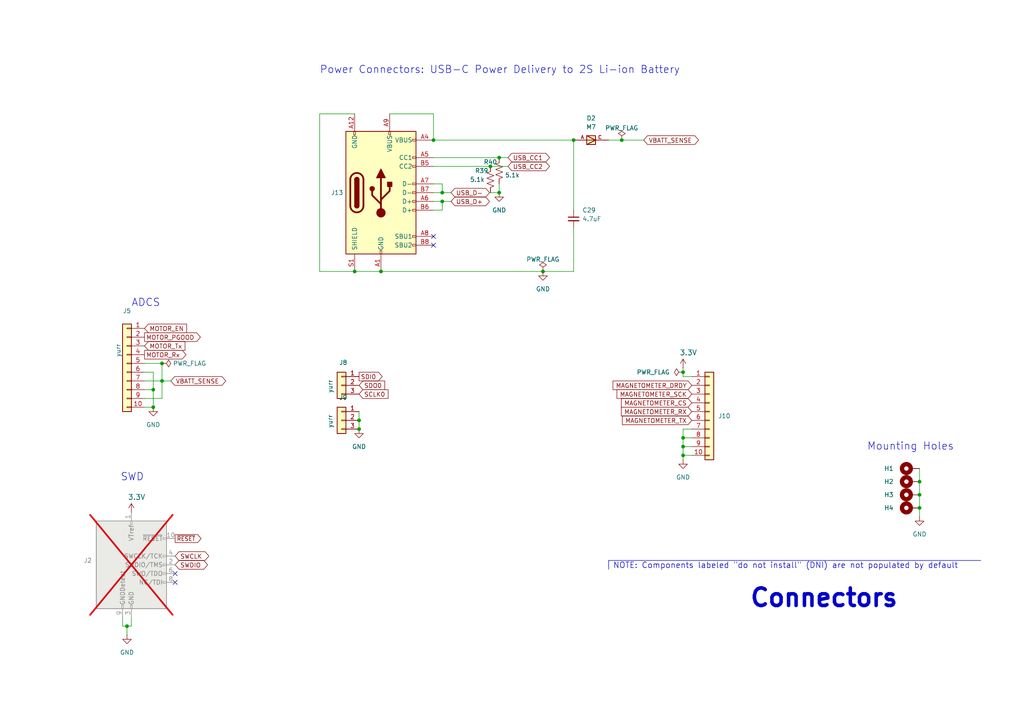
<source format=kicad_sch>
(kicad_sch (version 20250114) (generator "eeschema") (generator_version "9.0")
  (paper "A4")
  (title_block (title "Reaction Wheel Motor Board") (date "2025-10-12") (rev "1.3") (company "Stanford Student Space Initiative") (comment 1 "Carson Lauer"))
  (lib_symbols
    (symbol "Connector:Conn_ARM_JTAG_SWD_10" (pin_names (offset 1.016))
      (property "Reference" "J" (at -2.54 16.51 0))
      (property "Value" "Conn_ARM_JTAG_SWD_10" (at -2.54 13.97 0))
      (symbol "Conn_ARM_JTAG_SWD_10_0_1"
        (rectangle (start -10.16 12.7) (end 10.16 -12.7) (stroke (width 0.254)) (fill (type background)))
        (rectangle (start -2.794 -12.7) (end -2.286 -11.684))
        (rectangle (start -0.254 12.7) (end 0.254 11.684))
        (rectangle (start -0.254 -12.7) (end 0.254 -11.684))
        (rectangle (start 9.144 2.286) (end 10.16 2.794))
        (rectangle (start 10.16 7.874) (end 9.144 7.366))
        (rectangle (start 10.16 -0.254) (end 9.144 0.254))
        (rectangle (start 10.16 -2.794) (end 9.144 -2.286))
      )
      (symbol "Conn_ARM_JTAG_SWD_10_1_1"
        (rectangle (start 9.144 -5.334) (end 10.16 -4.826))
        (pin no_connect line (at -10.16 0 0) (length 2.54) (hide yes) (name "KEY") (number "7"))
        (pin passive line (at -2.54 -15.24 90) (length 2.54) (name "GNDDetect") (number "9"))
        (pin power_in line (at 0 15.24 270) (length 2.54) (name "VTref") (number "1"))
        (pin power_in line (at 0 -15.24 90) (length 2.54) (name "GND") (number "3"))
        (pin passive line (at 0 -15.24 90) (length 2.54) (hide yes) (name "GND") (number "5"))
        (pin open_collector line (at 12.7 7.62 180) (length 2.54) (name "~{RESET}") (number "10"))
        (pin output line (at 12.7 2.54 180) (length 2.54) (name "SWCLK/TCK") (number "4"))
        (pin bidirectional line (at 12.7 0 180) (length 2.54) (name "SWDIO/TMS") (number "2"))
        (pin input line (at 12.7 -2.54 180) (length 2.54) (name "SWO/TDO") (number "6"))
        (pin output line (at 12.7 -5.08 180) (length 2.54) (name "NC/TDI") (number "8"))
      )
    )
    (symbol "Connector_Generic:Conn_01x03" (pin_names (offset 1.016) (hide yes))
      (property "Reference" "J" (at 0 5.08 0))
      (property "Value" "Conn_01x03" (at 0 -5.08 0))
      (symbol "Conn_01x03_1_1"
        (rectangle (start -1.27 3.81) (end 1.27 -3.81) (stroke (width 0.254)) (fill (type background)))
        (rectangle (start -1.27 2.667) (end 0 2.413) (stroke (width 0.1524)))
        (rectangle (start -1.27 0.127) (end 0 -0.127) (stroke (width 0.1524)))
        (rectangle (start -1.27 -2.413) (end 0 -2.667) (stroke (width 0.1524)))
        (pin passive line (at -5.08 2.54 0) (length 3.81) (name "Pin_1") (number "1"))
        (pin passive line (at -5.08 0 0) (length 3.81) (name "Pin_2") (number "2"))
        (pin passive line (at -5.08 -2.54 0) (length 3.81) (name "Pin_3") (number "3"))
      )
    )
    (symbol "Connector_Generic:Conn_01x10" (pin_names (offset 1.016) (hide yes))
      (property "Reference" "J" (at 0 12.7 0))
      (property "Value" "Conn_01x10" (at 0 -15.24 0))
      (symbol "Conn_01x10_1_1"
        (rectangle (start -1.27 11.43) (end 1.27 -13.97) (stroke (width 0.254)) (fill (type background)))
        (rectangle (start -1.27 10.287) (end 0 10.033) (stroke (width 0.1524)))
        (rectangle (start -1.27 7.747) (end 0 7.493) (stroke (width 0.1524)))
        (rectangle (start -1.27 5.207) (end 0 4.953) (stroke (width 0.1524)))
        (rectangle (start -1.27 2.667) (end 0 2.413) (stroke (width 0.1524)))
        (rectangle (start -1.27 0.127) (end 0 -0.127) (stroke (width 0.1524)))
        (rectangle (start -1.27 -2.413) (end 0 -2.667) (stroke (width 0.1524)))
        (rectangle (start -1.27 -4.953) (end 0 -5.207) (stroke (width 0.1524)))
        (rectangle (start -1.27 -7.493) (end 0 -7.747) (stroke (width 0.1524)))
        (rectangle (start -1.27 -10.033) (end 0 -10.287) (stroke (width 0.1524)))
        (rectangle (start -1.27 -12.573) (end 0 -12.827) (stroke (width 0.1524)))
        (pin passive line (at -5.08 10.16 0) (length 3.81) (name "Pin_1") (number "1"))
        (pin passive line (at -5.08 7.62 0) (length 3.81) (name "Pin_2") (number "2"))
        (pin passive line (at -5.08 5.08 0) (length 3.81) (name "Pin_3") (number "3"))
        (pin passive line (at -5.08 2.54 0) (length 3.81) (name "Pin_4") (number "4"))
        (pin passive line (at -5.08 0 0) (length 3.81) (name "Pin_5") (number "5"))
        (pin passive line (at -5.08 -2.54 0) (length 3.81) (name "Pin_6") (number "6"))
        (pin passive line (at -5.08 -5.08 0) (length 3.81) (name "Pin_7") (number "7"))
        (pin passive line (at -5.08 -7.62 0) (length 3.81) (name "Pin_8") (number "8"))
        (pin passive line (at -5.08 -10.16 0) (length 3.81) (name "Pin_9") (number "9"))
        (pin passive line (at -5.08 -12.7 0) (length 3.81) (name "Pin_10") (number "10"))
      )
    )
    (symbol "Device:C_Small" (pin_numbers (hide yes)) (pin_names (offset 0.254) (hide yes))
      (property "Reference" "C" (at 0.254 1.778 0))
      (property "Value" "C_Small" (at 0.254 -2.032 0))
      (symbol "C_Small_0_1"
        (polyline (pts (xy -1.524 0.508) (xy 1.524 0.508)) (stroke (width 0.3048)))
        (polyline (pts (xy -1.524 -0.508) (xy 1.524 -0.508)) (stroke (width 0.3302)))
      )
      (symbol "C_Small_1_1"
        (pin passive line (at 0 2.54 270) (length 2.032) (name "~") (number "1"))
        (pin passive line (at 0 -2.54 90) (length 2.032) (name "~") (number "2"))
      )
    )
    (symbol "Device:R_US" (pin_numbers (hide yes)) (pin_names (offset 0))
      (property "Reference" "R" (at 2.54 0 90))
      (property "Value" "R_US" (at -2.54 0 90))
      (symbol "R_US_0_1"
        (polyline (pts (xy 0 2.286) (xy 0 2.54)))
        (polyline (pts (xy 0 2.286) (xy 1.016 1.905) (xy 0 1.524) (xy -1.016 1.143) (xy 0 0.762)))
        (polyline (pts (xy 0 0.762) (xy 1.016 0.381) (xy 0 0) (xy -1.016 -0.381) (xy 0 -0.762)))
        (polyline (pts (xy 0 -0.762) (xy 1.016 -1.143) (xy 0 -1.524) (xy -1.016 -1.905) (xy 0 -2.286)))
        (polyline (pts (xy 0 -2.286) (xy 0 -2.54)))
      )
      (symbol "R_US_1_1"
        (pin passive line (at 0 3.81 270) (length 1.27) (name "~") (number "1"))
        (pin passive line (at 0 -3.81 90) (length 1.27) (name "~") (number "2"))
      )
    )
    (symbol "Mechanical:MountingHole_Pad" (pin_numbers (hide yes)) (pin_names (offset 1.016) (hide yes)) (in_bom no)
      (property "Reference" "H" (at 0 6.35 0))
      (property "Value" "MountingHole_Pad" (at 0 4.445 0))
      (symbol "MountingHole_Pad_0_1"
        (circle (center 0 1.27) (radius 1.27) (stroke (width 1.27)))
      )
      (symbol "MountingHole_Pad_1_1"
        (pin input line (at 0 -2.54 90) (length 2.54) (name "1") (number "1"))
      )
    )
    (symbol "power:+3.3V" (power) (pin_numbers (hide yes)) (pin_names (offset 0) (hide yes))
      (property "Value" "+3.3V" (at 0 3.556 0))
      (symbol "+3.3V_0_1"
        (polyline (pts (xy -0.762 1.27) (xy 0 2.54)))
        (polyline (pts (xy 0 2.54) (xy 0.762 1.27)))
        (polyline (pts (xy 0 0) (xy 0 2.54)))
      )
      (symbol "+3.3V_1_1"
        (pin power_in line (at 0 0 90) (length 0) (name "~") (number "1"))
      )
    )
    (symbol "power:GND" (power) (pin_numbers (hide yes)) (pin_names (offset 0) (hide yes))
      (property "Value" "GND" (at 0 -3.81 0))
      (symbol "GND_0_1"
        (polyline (pts (xy 0 0) (xy 0 -1.27) (xy 1.27 -1.27) (xy 0 -2.54) (xy -1.27 -1.27) (xy 0 -1.27)))
      )
      (symbol "GND_1_1"
        (pin power_in line (at 0 0 270) (length 0) (name "~") (number "1"))
      )
    )
    (symbol "power:PWR_FLAG" (power) (pin_numbers (hide yes)) (pin_names (offset 0) (hide yes))
      (property "Value" "PWR_FLAG" (at 0 3.81 0))
      (symbol "PWR_FLAG_0_0"
        (pin power_out line (at 0 0 90) (length 0) (name "~") (number "1"))
      )
      (symbol "PWR_FLAG_0_1"
        (polyline (pts (xy 0 0) (xy 0 1.27) (xy -1.016 1.905) (xy 0 2.54) (xy 1.016 1.905) (xy 0 1.27)))
      )
    )
    (symbol "ssi_connector:USB_C_pycubed" (pin_names (offset 1.016))
      (property "Reference" "J" (at -12.7 0 90))
      (symbol "USB_C_pycubed_1_1"
        (rectangle (start -10.16 17.78) (end 10.16 -17.78) (stroke (width 0.254)) (fill (type background)))
        (polyline (pts (xy -8.89 -3.81) (xy -8.89 3.81)) (stroke (width 0.508)))
        (rectangle (start -7.874 17.78) (end -7.366 16.764))
        (rectangle (start -7.62 -3.81) (end -6.35 3.81) (stroke (width 0.254)) (fill (type outline)))
        (arc (start -7.62 3.81) (mid -6.985 4.4423) (end -6.35 3.81) (stroke (width 0.254)))
        (arc (start -7.62 3.81) (mid -6.985 4.4423) (end -6.35 3.81) (stroke (width 0.254)) (fill (type outline)))
        (arc (start -8.89 3.81) (mid -6.985 5.7067) (end -5.08 3.81) (stroke (width 0.508)))
        (arc (start -5.08 -3.81) (mid -6.985 -5.7067) (end -8.89 -3.81) (stroke (width 0.508)))
        (arc (start -6.35 -3.81) (mid -6.985 -4.4423) (end -7.62 -3.81) (stroke (width 0.254)))
        (arc (start -6.35 -3.81) (mid -6.985 -4.4423) (end -7.62 -3.81) (stroke (width 0.254)) (fill (type outline)))
        (polyline (pts (xy -5.08 3.81) (xy -5.08 -3.81)) (stroke (width 0.508)))
        (circle (center -2.54 1.143) (radius 0.635) (stroke (width 0.254)) (fill (type outline)))
        (polyline (pts (xy -1.27 4.318) (xy 0 6.858) (xy 1.27 4.318) (xy -1.27 4.318)) (stroke (width 0.254)) (fill (type outline)))
        (rectangle (start -0.254 -17.78) (end 0.254 -16.764))
        (polyline (pts (xy 0 -2.032) (xy 2.54 0.508) (xy 2.54 1.778)) (stroke (width 0.508)))
        (polyline (pts (xy 0 -3.302) (xy -2.54 -0.762) (xy -2.54 0.508)) (stroke (width 0.508)))
        (polyline (pts (xy 0 -5.842) (xy 0 4.318)) (stroke (width 0.508)))
        (circle (center 0 -5.842) (radius 1.27) (fill (type outline)))
        (rectangle (start 1.905 1.778) (end 3.175 3.048) (stroke (width 0.254)) (fill (type outline)))
        (rectangle (start 2.286 17.78) (end 2.794 16.764))
        (rectangle (start 10.16 15.494) (end 9.144 14.986))
        (rectangle (start 10.16 10.414) (end 9.144 9.906))
        (rectangle (start 10.16 7.874) (end 9.144 7.366))
        (rectangle (start 10.16 2.794) (end 9.144 2.286))
        (rectangle (start 10.16 0.254) (end 9.144 -0.254))
        (rectangle (start 10.16 -2.286) (end 9.144 -2.794))
        (rectangle (start 10.16 -4.826) (end 9.144 -5.334))
        (rectangle (start 10.16 -12.446) (end 9.144 -12.954))
        (rectangle (start 10.16 -14.986) (end 9.144 -15.494))
        (pin passive line (at -7.62 22.86 270) (length 5.08) (name "GND") (number "A12"))
        (pin passive line (at -7.62 -22.86 90) (length 5.08) (name "SHIELD") (number "S1"))
        (pin passive line (at 0 -22.86 90) (length 5.08) (name "GND") (number "A1"))
        (pin passive line (at 2.54 22.86 270) (length 5.08) (name "VBUS") (number "A9"))
        (pin passive line (at 15.24 15.24 180) (length 5.08) (name "VBUS") (number "A4"))
        (pin bidirectional line (at 15.24 10.16 180) (length 5.08) (name "CC1") (number "A5"))
        (pin bidirectional line (at 15.24 7.62 180) (length 5.08) (name "CC2") (number "B5"))
        (pin bidirectional line (at 15.24 2.54 180) (length 5.08) (name "D-") (number "A7"))
        (pin bidirectional line (at 15.24 0 180) (length 5.08) (name "D-") (number "B7"))
        (pin bidirectional line (at 15.24 -2.54 180) (length 5.08) (name "D+") (number "A6"))
        (pin bidirectional line (at 15.24 -5.08 180) (length 5.08) (name "D+") (number "B6"))
        (pin bidirectional line (at 15.24 -12.7 180) (length 5.08) (name "SBU1") (number "A8"))
        (pin bidirectional line (at 15.24 -15.24 180) (length 5.08) (name "SBU2") (number "B8"))
      )
    )
    (symbol "ssi_diode:M7" (pin_names (offset 1.016))
      (property "Reference" "D2" (at 0 -6.604 0))
      (property "Value" "M7" (at 0 -4.064 0))
      (symbol "M7_0_0"
        (rectangle (start -1.27 -1.27) (end 1.27 1.27) (stroke (width 0.254)) (fill (type background)))
        (polyline (pts (xy -1.27 -1.27) (xy 1.27 0)) (stroke (width 0.254)))
        (polyline (pts (xy 1.27 0) (xy -1.27 1.27)) (stroke (width 0.254)))
        (pin passive line (at -5.08 0 0) (length 5.08) (name "~") (number "A"))
        (pin passive line (at 5.08 0 180) (length 5.08) (name "~") (number "C"))
      )
    )
  )
  (text "Power Connectors: USB-C Power Delivery to 2S Li-ion Battery" (at 92.71 21.59 0) (effects (font (size 2.159 2.159)) (justify left bottom)))
  (text "NOTE: Components labeled \"do not install\" (DNI) are not populated by default" (at 177.8 165.1 0) (effects (font (size 1.651 1.651)) (justify left bottom)))
  (text "ADCS" (at 38.1 89.154 0) (effects (font (size 2.159 2.159)) (justify left bottom)))
  (text "Connectors" (at 217.17 176.53 0) (effects (font (size 5.08 5.08) (thickness 1.016) (bold yes)) (justify left bottom)))
  (text "SWD" (at 34.925 139.7 0) (effects (font (size 2.159 2.159)) (justify left bottom)))
  (text "Mounting Holes" (at 251.46 130.81 0) (effects (font (size 2.159 2.159)) (justify left bottom)))
  (junction (at 46.99 110.49))
  (junction (at 144.78 45.72))
  (junction (at 46.99 105.41))
  (junction (at 144.78 55.88))
  (junction (at 198.12 132.08))
  (junction (at 180.34 40.64))
  (junction (at 102.87 78.74))
  (junction (at 166.37 40.64))
  (junction (at 104.14 124.46))
  (junction (at 157.48 78.74))
  (junction (at 110.49 78.74))
  (junction (at 44.45 113.03))
  (junction (at 266.7 143.51))
  (junction (at 104.14 121.92))
  (junction (at 128.27 55.88))
  (junction (at 198.12 127))
  (junction (at 266.7 147.32))
  (junction (at 198.12 129.54))
  (junction (at 125.73 40.64))
  (junction (at 44.45 118.11))
  (junction (at 198.12 107.95))
  (junction (at 128.27 58.42))
  (junction (at 36.83 181.61))
  (junction (at 266.7 139.7))
  (junction (at 142.24 48.26))
  (no_connect (at 50.8 168.91))
  (no_connect (at 125.73 71.12))
  (no_connect (at 50.8 166.37))
  (no_connect (at 125.73 68.58))
  (wire (pts (xy 166.37 66.04) (xy 166.37 78.74)))
  (polyline (pts (xy 176.53 165.1) (xy 176.53 162.56)))
  (wire (pts (xy 176.53 40.64) (xy 180.34 40.64)))
  (wire (pts (xy 41.91 105.41) (xy 46.99 105.41)))
  (wire (pts (xy 198.12 133.35) (xy 198.12 132.08)))
  (wire (pts (xy 36.83 181.61) (xy 38.1 181.61)))
  (wire (pts (xy 144.78 45.72) (xy 147.32 45.72)))
  (wire (pts (xy 125.73 48.26) (xy 142.24 48.26)))
  (wire (pts (xy 92.71 78.74) (xy 92.71 33.02)))
  (wire (pts (xy 180.34 40.64) (xy 186.69 40.64)))
  (wire (pts (xy 142.24 48.26) (xy 147.32 48.26)))
  (wire (pts (xy 266.7 143.51) (xy 266.7 147.32)))
  (wire (pts (xy 125.73 33.02) (xy 125.73 40.64)))
  (wire (pts (xy 198.12 132.08) (xy 200.66 132.08)))
  (wire (pts (xy 266.7 139.7) (xy 266.7 143.51)))
  (wire (pts (xy 128.27 60.96) (xy 128.27 58.42)))
  (wire (pts (xy 157.48 78.74) (xy 110.49 78.74)))
  (wire (pts (xy 125.73 60.96) (xy 128.27 60.96)))
  (wire (pts (xy 44.45 107.95) (xy 41.91 107.95)))
  (wire (pts (xy 128.27 58.42) (xy 125.73 58.42)))
  (wire (pts (xy 166.37 40.64) (xy 166.37 60.96)))
  (wire (pts (xy 46.99 110.49) (xy 41.91 110.49)))
  (wire (pts (xy 198.12 109.22) (xy 200.66 109.22)))
  (wire (pts (xy 198.12 107.95) (xy 198.12 109.22)))
  (wire (pts (xy 41.91 115.57) (xy 46.99 115.57)))
  (wire (pts (xy 198.12 129.54) (xy 198.12 132.08)))
  (wire (pts (xy 266.7 135.89) (xy 266.7 139.7)))
  (wire (pts (xy 266.7 147.32) (xy 266.7 149.86)))
  (wire (pts (xy 198.12 127) (xy 198.12 129.54)))
  (wire (pts (xy 128.27 53.34) (xy 128.27 55.88)))
  (wire (pts (xy 49.53 110.49) (xy 46.99 110.49)))
  (wire (pts (xy 102.87 78.74) (xy 92.71 78.74)))
  (wire (pts (xy 102.87 78.74) (xy 110.49 78.74)))
  (wire (pts (xy 198.12 124.46) (xy 198.12 127)))
  (wire (pts (xy 166.37 40.64) (xy 125.73 40.64)))
  (wire (pts (xy 198.12 127) (xy 200.66 127)))
  (wire (pts (xy 128.27 55.88) (xy 130.81 55.88)))
  (wire (pts (xy 198.12 106.68) (xy 198.12 107.95)))
  (wire (pts (xy 44.45 118.11) (xy 44.45 113.03)))
  (wire (pts (xy 200.66 124.46) (xy 198.12 124.46)))
  (wire (pts (xy 46.99 115.57) (xy 46.99 110.49)))
  (wire (pts (xy 38.1 179.07) (xy 38.1 181.61)))
  (wire (pts (xy 104.14 121.92) (xy 104.14 124.46)))
  (wire (pts (xy 125.73 53.34) (xy 128.27 53.34)))
  (wire (pts (xy 113.03 33.02) (xy 125.73 33.02)))
  (wire (pts (xy 41.91 113.03) (xy 44.45 113.03)))
  (wire (pts (xy 44.45 113.03) (xy 44.45 107.95)))
  (wire (pts (xy 36.83 181.61) (xy 36.83 184.15)))
  (wire (pts (xy 144.78 55.88) (xy 144.78 53.34)))
  (wire (pts (xy 125.73 45.72) (xy 144.78 45.72)))
  (wire (pts (xy 35.56 179.07) (xy 35.56 181.61)))
  (wire (pts (xy 142.24 55.88) (xy 144.78 55.88)))
  (wire (pts (xy 166.37 78.74) (xy 157.48 78.74)))
  (wire (pts (xy 198.12 129.54) (xy 200.66 129.54)))
  (wire (pts (xy 128.27 58.42) (xy 130.81 58.42)))
  (wire (pts (xy 104.14 119.38) (xy 104.14 121.92)))
  (wire (pts (xy 92.71 33.02) (xy 102.87 33.02)))
  (wire (pts (xy 41.91 118.11) (xy 44.45 118.11)))
  (wire (pts (xy 128.27 55.88) (xy 125.73 55.88)))
  (wire (pts (xy 46.99 110.49) (xy 46.99 105.41)))
  (polyline (pts (xy 176.53 162.56) (xy 284.48 162.56)))
  (wire (pts (xy 35.56 181.61) (xy 36.83 181.61)))
  (global_label "MAGNETOMETER_SCK" (shape input) (at 200.66 114.3 180) (property "Intersheetrefs" "${INTERSHEET_REFS}" (effects (hide yes))))
  (global_label "SWDIO" (shape bidirectional) (at 50.8 163.83 0) (property "Intersheetrefs" "${INTERSHEET_REFS}" (effects (hide yes))))
  (global_label "MAGNETOMETER_CS" (shape input) (at 200.66 116.84 180) (property "Intersheetrefs" "${INTERSHEET_REFS}" (effects (hide yes))))
  (global_label "~{RESET}" (shape output) (at 50.8 156.21 0) (effects (font (size 1.1684 1.1684))) (property "Intersheetrefs" "${INTERSHEET_REFS}" (effects (hide yes))))
  (global_label "MAGNETOMETER_RX" (shape input) (at 200.66 119.38 180) (property "Intersheetrefs" "${INTERSHEET_REFS}" (effects (hide yes))))
  (global_label "SCLK0" (shape input) (at 104.14 114.3 0) (property "Intersheetrefs" "${INTERSHEET_REFS}" (effects (hide yes))))
  (global_label "SDI0" (shape output) (at 104.14 109.22 0) (property "Intersheetrefs" "${INTERSHEET_REFS}" (effects (hide yes))))
  (global_label "USB_D+" (shape bidirectional) (at 130.81 58.42 0) (property "Intersheetrefs" "${INTERSHEET_REFS}" (effects (hide yes))))
  (global_label "MOTOR_PGOOD" (shape output) (at 41.91 97.79 0) (property "Intersheetrefs" "${INTERSHEET_REFS}" (effects (hide yes))))
  (global_label "MOTOR_EN" (shape input) (at 41.91 95.25 0) (property "Intersheetrefs" "${INTERSHEET_REFS}" (effects (hide yes))))
  (global_label "MOTOR_Tx" (shape input) (at 41.91 100.33 0) (property "Intersheetrefs" "${INTERSHEET_REFS}" (effects (hide yes))))
  (global_label "MOTOR_Rx" (shape output) (at 41.91 102.87 0) (property "Intersheetrefs" "${INTERSHEET_REFS}" (effects (hide yes))))
  (global_label "SDO0" (shape input) (at 104.14 111.76 0) (property "Intersheetrefs" "${INTERSHEET_REFS}" (effects (hide yes))))
  (global_label "SWCLK" (shape bidirectional) (at 50.8 161.29 0) (property "Intersheetrefs" "${INTERSHEET_REFS}" (effects (hide yes))))
  (global_label "MAGNETOMETER_TX" (shape input) (at 200.66 121.92 180) (property "Intersheetrefs" "${INTERSHEET_REFS}" (effects (hide yes))))
  (global_label "USB_CC2" (shape bidirectional) (at 147.32 48.26 0) (property "Intersheetrefs" "${INTERSHEET_REFS}" (effects (hide yes))))
  (global_label "USB_CC1" (shape bidirectional) (at 147.32 45.72 0) (property "Intersheetrefs" "${INTERSHEET_REFS}" (effects (hide yes))))
  (global_label "USB_D-" (shape bidirectional) (at 130.81 55.88 0) (property "Intersheetrefs" "${INTERSHEET_REFS}" (effects (hide yes))))
  (global_label "VBATT_SENSE" (shape bidirectional) (at 49.53 110.49 0) (property "Intersheetrefs" "${INTERSHEET_REFS}" (effects (hide yes))))
  (global_label "VBATT_SENSE" (shape bidirectional) (at 186.69 40.64 0) (property "Intersheetrefs" "${INTERSHEET_REFS}" (effects (hide yes))))
  (global_label "MAGNETOMETER_DRDY" (shape input) (at 200.66 111.76 180) (property "Intersheetrefs" "${INTERSHEET_REFS}" (effects (hide yes))))
  (symbol (lib_id "Device:R_US") (at 144.78 49.53 0) (mirror x) (unit 1)
    (property "Reference" "R40" (at 142.24 46.99 0))
    (property "Value" "5.1k" (at 148.59 50.8 0))
    (property "Footprint" "Resistor_SMD:R_0603_1608Metric" (effects (hide yes)))
    (property "Description" "5.1k 0603" (effects (hide yes)))
  )
  (symbol (lib_id "Device:R_US") (at 142.24 52.07 0) (mirror x) (unit 1)
    (property "Reference" "R39" (at 139.7 49.53 0))
    (property "Value" "5.1k" (at 138.43 52.07 0))
    (property "Footprint" "Resistor_SMD:R_0603_1608Metric" (effects (hide yes)))
    (property "Description" "5.1k 0603" (effects (hide yes)))
  )
  (symbol (lib_id "Device:C_Small") (at 166.37 63.5 0) (unit 1)
    (property "Reference" "C29" (at 168.91 60.96 0) (effects (justify left)))
    (property "Value" "4.7uF" (at 168.91 63.5 0) (effects (justify left)))
    (property "Footprint" "Capacitor_SMD:C_0603_1608Metric" (effects (hide yes)))
    (property "Description" "4.7uF +-20% 10V X5R" (effects (hide yes)))
  )
  (symbol (lib_id "ssi_connector:USB_C_pycubed") (at 110.49 55.88 0) (unit 1)
    (property "Reference" "J13" (at 99.5934 55.88 0) (effects (justify right)))
    (property "Value" "USB_C_pycubed" (effects (hide yes)))
    (property "Footprint" "ssi_connector:USB_C_Receptacle_XKB_U262-161N-4BVC11" (effects (hide yes)))
  )
  (symbol (lib_id "Mechanical:MountingHole_Pad") (at 264.16 135.89 90) (unit 1) (in_bom no)
    (property "Reference" "H1" (at 257.81 135.89 90))
    (property "Value" "MountingHole_Pad" (effects (hide yes)))
    (property "Footprint" "MountingHole:MountingHole_3.2mm_M3_DIN965_Pad" (effects (hide yes)))
  )
  (symbol (lib_id "Mechanical:MountingHole_Pad") (at 264.16 139.7 90) (unit 1) (in_bom no)
    (property "Reference" "H2" (at 257.81 139.7 90))
    (property "Value" "MountingHole_Pad" (effects (hide yes)))
    (property "Footprint" "MountingHole:MountingHole_3.2mm_M3_DIN965_Pad" (effects (hide yes)))
  )
  (symbol (lib_id "Mechanical:MountingHole_Pad") (at 264.16 143.51 90) (unit 1) (in_bom no)
    (property "Reference" "H3" (at 257.81 143.51 90))
    (property "Value" "MountingHole_Pad" (effects (hide yes)))
    (property "Footprint" "MountingHole:MountingHole_3.2mm_M3_DIN965_Pad" (effects (hide yes)))
  )
  (symbol (lib_id "Mechanical:MountingHole_Pad") (at 264.16 147.32 90) (unit 1) (in_bom no)
    (property "Reference" "H4" (at 257.81 147.32 90))
    (property "Value" "MountingHole_Pad" (effects (hide yes)))
    (property "Footprint" "MountingHole:MountingHole_3.2mm_M3_DIN965_Pad" (effects (hide yes)))
  )
  (symbol (lib_id "power:+3.3V") (at 198.12 106.68 0) (unit 1)
    (property "Reference" "#SUPPLY01" (effects (hide yes)))
    (property "Value" "3.3V" (at 197.104 103.124 0) (effects (font (size 1.4986 1.4986)) (justify left bottom)))
    (property "Description" "Power symbol creates a global label with name \"+3.3V\"" (effects (hide yes)))
  )
  (symbol (lib_id "Connector_Generic:Conn_01x03") (at 99.06 111.76 0) (mirror y) (unit 1)
    (property "Reference" "J8" (at 99.568 105.156 0))
    (property "Value" "yurr" (at 95.758 112.014 90))
    (property "Footprint" "Connector_PinHeader_2.54mm:PinHeader_1x03_P2.54mm_Vertical" (effects (hide yes)))
    (property "Description" "Generic connector, single row, 01x03, script generated (kicad-library-utils/schlib/autogen/connector/)" (effects (hide yes)))
  )
  (symbol (lib_id "power:GND") (at 44.45 118.11 0) (unit 1)
    (property "Reference" "#PWR010" (effects (hide yes)))
    (property "Value" "GND" (at 44.45 123.19 0))
  )
  (symbol (lib_id "power:GND") (at 36.83 184.15 0) (unit 1)
    (property "Reference" "#PWR019" (effects (hide yes)))
    (property "Value" "GND" (at 36.83 189.23 0))
  )
  (symbol (lib_id "power:+3.3V") (at 38.1 148.59 0) (unit 1)
    (property "Reference" "#SUPPLY06" (effects (hide yes)))
    (property "Value" "3.3V" (at 37.084 145.034 0) (effects (font (size 1.4986 1.4986)) (justify left bottom)))
    (property "Description" "Power symbol creates a global label with name \"+3.3V\"" (effects (hide yes)))
  )
  (symbol (lib_id "power:GND") (at 266.7 149.86 0) (unit 1)
    (property "Reference" "#PWR026" (effects (hide yes)))
    (property "Value" "GND" (at 266.7 154.94 0))
  )
  (symbol (lib_id "power:PWR_FLAG") (at 180.34 40.64 0) (unit 1)
    (property "Reference" "#FLG016" (effects (hide yes)))
    (property "Value" "PWR_FLAG" (at 180.34 37.1381 0))
  )
  (symbol (lib_id "power:GND") (at 157.48 78.74 0) (unit 1)
    (property "Reference" "#PWR03" (effects (hide yes)))
    (property "Value" "GND" (at 157.48 83.82 0))
  )
  (symbol (lib_id "power:GND") (at 198.12 133.35 0) (unit 1)
    (property "Reference" "#PWR08" (effects (hide yes)))
    (property "Value" "GND" (at 198.12 138.43 0))
  )
  (symbol (lib_id "power:PWR_FLAG") (at 198.12 107.95 90) (unit 1)
    (property "Reference" "#FLG018" (effects (hide yes)))
    (property "Value" "PWR_FLAG" (at 194.31 107.9499 90) (effects (justify left)))
  )
  (symbol (lib_id "power:PWR_FLAG") (at 46.99 105.41 270) (unit 1)
    (property "Reference" "#FLG015" (effects (hide yes)))
    (property "Value" "PWR_FLAG" (at 50.165 105.41 90) (effects (justify left)))
    (property "Description" "Special symbol for telling ERC where power comes from" (effects (hide yes)))
  )
  (symbol (lib_id "ssi_diode:M7") (at 171.45 40.64 0) (unit 1)
    (property "Reference" "D2" (at 171.45 34.29 0))
    (property "Value" "M7" (at 171.45 36.83 0))
    (property "Footprint" "ssi_diode:M7" (effects (hide yes)))
    (property "Description" "Diode, SMA, 1000V, 1A, 150°C" (effects (hide yes)))
    (property "MF" "Diotec Semiconductor" (effects (hide yes)))
    (property "SNAPEDA_PACKAGE_ID" "7518" (effects (hide yes)))
    (property "PACKAGE" "DO-214" (effects (hide yes)))
    (property "MPN" "M7" (effects (hide yes)))
    (property "PRICE" "--" (effects (hide yes)))
    (property "Package" "Package" (effects (hide yes)))
    (property "Check_prices" "https://www.snapeda.com/parts/M7/Diotec/view-part/?ref=eda" (effects (hide yes)))
    (property "STANDARD" "IPC-7351B" (effects (hide yes)))
    (property "PARTREV" "NA" (effects (hide yes)))
    (property "SnapEDA_Link" "https://www.snapeda.com/parts/M7/Diotec/view-part/?ref=snap" (effects (hide yes)))
    (property "MP" "M7" (effects (hide yes)))
    (property "Purchase-URL" "https://www.snapeda.com/api/url_track_click_mouser/?unipart_id=9180667&manufacturer=Diotec Semiconductor&part_name=M7&search_term=None" (effects (hide yes)))
    (property "Price" "None" (effects (hide yes)))
    (property "Availability" "In Stock" (effects (hide yes)))
    (property "AVAILABILITY" "Not in stock" (effects (hide yes)))
    (property "MANUFACTURER" "DIODES" (effects (hide yes)))
  )
  (symbol (lib_id "Connector:Conn_ARM_JTAG_SWD_10") (at 38.1 163.83 0) (unit 1) (dnp yes)
    (property "Reference" "J2" (at 26.67 162.56 0) (effects (justify right)))
    (property "Value" "Conn_ARM_JTAG_SWD_10" (effects (hide yes)))
    (property "Footprint" "ssi_connector:SAMTEC_FTSH-105-01-L-DV-007" (effects (hide yes)))
    (property "Datasheet" "http://infocenter.arm.com/help/topic/com.arm.doc.ddi0314h/DDI0314H_coresight_components_trm.pdf" (effects (hide yes)))
  )
  (symbol (lib_id "power:GND") (at 144.78 55.88 0) (unit 1)
    (property "Reference" "#PWR01" (effects (hide yes)))
    (property "Value" "GND" (at 144.78 60.96 0))
  )
  (symbol (lib_id "Connector_Generic:Conn_01x03") (at 99.06 121.92 0) (mirror y) (unit 1)
    (property "Reference" "J9" (at 99.568 115.316 0))
    (property "Value" "yurr" (at 95.758 122.174 90))
    (property "Footprint" "Connector_PinHeader_2.54mm:PinHeader_1x03_P2.54mm_Vertical" (effects (hide yes)))
    (property "Description" "Generic connector, single row, 01x03, script generated (kicad-library-utils/schlib/autogen/connector/)" (effects (hide yes)))
  )
  (symbol (lib_id "power:PWR_FLAG") (at 157.48 78.74 0) (unit 1)
    (property "Reference" "#FLG01" (effects (hide yes)))
    (property "Value" "PWR_FLAG" (at 157.48 75.2381 0))
  )
  (symbol (lib_id "Connector_Generic:Conn_01x10") (at 36.83 105.41 0) (mirror y) (unit 1)
    (property "Reference" "J5" (at 36.83 90.17 0))
    (property "Value" "yurr" (at 34.29 101.6 90))
    (property "Footprint" "Connector_PinHeader_2.54mm:PinHeader_1x10_P2.54mm_Vertical" (effects (hide yes)))
    (property "Description" "Generic connector, single row, 01x10, script generated (kicad-library-utils/schlib/autogen/connector/)" (effects (hide yes)))
  )
  (symbol (lib_id "power:GND") (at 104.14 124.46 0) (unit 1)
    (property "Reference" "#PWR059" (effects (hide yes)))
    (property "Value" "GND" (at 104.14 129.54 0))
    (property "Description" "Power symbol creates a global label with name \"GND\" , ground" (effects (hide yes)))
  )
  (symbol (lib_id "Connector_Generic:Conn_01x10") (at 205.74 119.38 0) (unit 1)
    (property "Reference" "J10" (at 208.28 120.6499 0) (effects (justify left)))
    (property "Value" "Conn_01x08" (effects (hide yes)))
    (property "Footprint" "ssi_connector:Molex_505567-0881" (effects (hide yes)))
    (property "Description" "Generic connector, single row, 01x10, script generated (kicad-library-utils/schlib/autogen/connector/)" (effects (hide yes)))
  )
)
</source>
